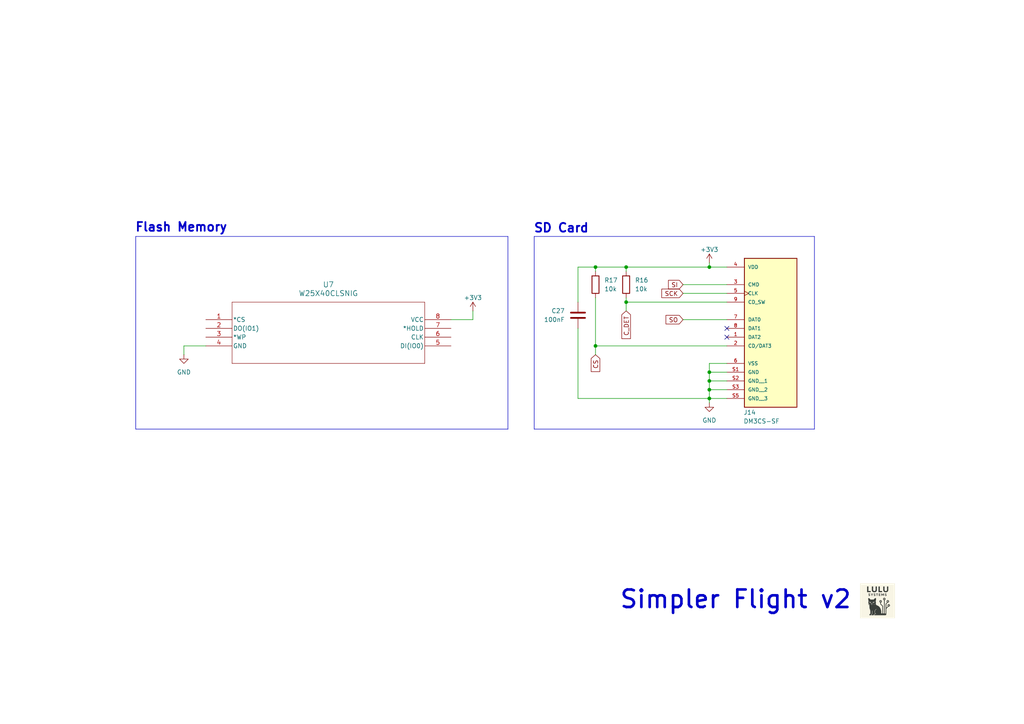
<source format=kicad_sch>
(kicad_sch (version 20250114) (generator "eeschema") (generator_version "9.0")
  (paper "A4")
  (title_block (title "Storage"))
  (lib_symbols
    (symbol "DM3CS-SF:DM3CS-SF" (pin_names (offset 1.016))
      (property "Reference" "J" (at -7.6282 19.0976 0))
      (property "Value" "DM3CS-SF" (at -7.6357 -28.7708 0))
      (symbol "DM3CS-SF_0_0"
        (rectangle (start -7.62 -25.4) (end 7.62 17.78) (stroke (width 0.254)) (fill (type background)))
        (pin passive line (at -12.7 15.24 0) (length 5.08) (name "VDD") (number "4"))
        (pin passive line (at -12.7 10.16 0) (length 5.08) (name "CMD") (number "3"))
        (pin passive clock (at -12.7 7.62 0) (length 5.08) (name "CLK") (number "5"))
        (pin passive line (at -12.7 5.08 0) (length 5.08) (name "CD_SW") (number "9"))
        (pin passive line (at -12.7 0 0) (length 5.08) (name "DAT0") (number "7"))
        (pin passive line (at -12.7 -2.54 0) (length 5.08) (name "DAT1") (number "8"))
        (pin passive line (at -12.7 -5.08 0) (length 5.08) (name "DAT2") (number "1"))
        (pin passive line (at -12.7 -7.62 0) (length 5.08) (name "CD/DAT3") (number "2"))
        (pin passive line (at -12.7 -12.7 0) (length 5.08) (name "VSS") (number "6"))
        (pin passive line (at -12.7 -15.24 0) (length 5.08) (name "GND") (number "S1"))
        (pin passive line (at -12.7 -17.78 0) (length 5.08) (name "GND__1") (number "S2"))
        (pin passive line (at -12.7 -20.32 0) (length 5.08) (name "GND__2") (number "S3"))
        (pin passive line (at -12.7 -22.86 0) (length 5.08) (name "GND__3") (number "S5"))
      )
    )
    (symbol "Device:C" (pin_numbers (hide yes)) (pin_names (offset 0.254))
      (property "Reference" "C" (at 0.635 2.54 0))
      (property "Value" "C" (at 0.635 -2.54 0))
      (symbol "C_0_1"
        (polyline (pts (xy -2.032 0.762) (xy 2.032 0.762)) (stroke (width 0.508)))
        (polyline (pts (xy -2.032 -0.762) (xy 2.032 -0.762)) (stroke (width 0.508)))
      )
      (symbol "C_1_1"
        (pin passive line (at 0 3.81 270) (length 2.794) (name "~") (number "1"))
        (pin passive line (at 0 -3.81 90) (length 2.794) (name "~") (number "2"))
      )
    )
    (symbol "Device:R" (pin_numbers (hide yes)) (pin_names (offset 0))
      (property "Reference" "R" (at 2.032 0 90))
      (property "Value" "R" (at 0 0 90))
      (symbol "R_0_1"
        (rectangle (start -1.016 -2.54) (end 1.016 2.54) (stroke (width 0.254)))
      )
      (symbol "R_1_1"
        (pin passive line (at 0 3.81 270) (length 1.27) (name "~") (number "1"))
        (pin passive line (at 0 -3.81 90) (length 1.27) (name "~") (number "2"))
      )
    )
    (symbol "W25X40CLSNIG:W25X40CLSNIG" (pin_names (offset 0.254))
      (property "Reference" "U" (at 35.56 10.16 0))
      (property "Value" "W25X40CLSNIG" (at 35.56 7.62 0))
      (symbol "W25X40CLSNIG_0_1"
        (polyline (pts (xy 7.62 5.08) (xy 7.62 -12.7)) (stroke (width 0.127)))
        (polyline (pts (xy 7.62 -12.7) (xy 63.5 -12.7)) (stroke (width 0.127)))
        (polyline (pts (xy 63.5 5.08) (xy 7.62 5.08)) (stroke (width 0.127)))
        (polyline (pts (xy 63.5 -12.7) (xy 63.5 5.08)) (stroke (width 0.127)))
        (pin input line (at 0 0 0) (length 7.62) (name "*CS") (number "1"))
        (pin output line (at 0 -2.54 0) (length 7.62) (name "DO(IO1)") (number "2"))
        (pin input line (at 0 -5.08 0) (length 7.62) (name "*WP") (number "3"))
        (pin power_in line (at 0 -7.62 0) (length 7.62) (name "GND") (number "4"))
        (pin power_in line (at 71.12 0 180) (length 7.62) (name "VCC") (number "8"))
        (pin input line (at 71.12 -2.54 180) (length 7.62) (name "*HOLD") (number "7"))
        (pin input line (at 71.12 -5.08 180) (length 7.62) (name "CLK") (number "6"))
        (pin bidirectional line (at 71.12 -7.62 180) (length 7.62) (name "DI(IO0)") (number "5"))
      )
    )
    (symbol "power:+3V3" (power) (pin_numbers (hide yes)) (pin_names (offset 0) (hide yes))
      (property "Value" "+3V3" (at 0 3.556 0))
      (symbol "+3V3_0_1"
        (polyline (pts (xy -0.762 1.27) (xy 0 2.54)))
        (polyline (pts (xy 0 2.54) (xy 0.762 1.27)))
        (polyline (pts (xy 0 0) (xy 0 2.54)))
      )
      (symbol "+3V3_1_1"
        (pin power_in line (at 0 0 90) (length 0) (name "~") (number "1"))
      )
    )
    (symbol "power:GND" (power) (pin_numbers (hide yes)) (pin_names (offset 0) (hide yes))
      (property "Value" "GND" (at 0 -3.81 0))
      (symbol "GND_0_1"
        (polyline (pts (xy 0 0) (xy 0 -1.27) (xy 1.27 -1.27) (xy 0 -2.54) (xy -1.27 -1.27) (xy 0 -1.27)))
      )
      (symbol "GND_1_1"
        (pin power_in line (at 0 0 270) (length 0) (name "~") (number "1"))
      )
    )
  )
  (text "Flash Memory" (at 52.578 66.04 0) (effects (font (size 2.54 2.54) (thickness 0.508) (bold yes))))
  (text "SD Card" (at 162.814 66.294 0) (effects (font (size 2.54 2.54) (thickness 0.508) (bold yes))))
  (text "Simpler Flight v2\n" (at 213.36 173.99 0) (effects (font (size 5.08 5.08) (thickness 0.762) (bold yes))))
  (junction (at 205.74 115.57))
  (junction (at 181.61 77.47))
  (junction (at 172.72 77.47))
  (junction (at 181.61 87.63))
  (junction (at 205.74 107.95))
  (junction (at 205.74 77.47))
  (junction (at 205.74 113.03))
  (junction (at 172.72 100.33))
  (junction (at 205.74 110.49))
  (no_connect (at 210.82 95.25))
  (no_connect (at 210.82 97.79))
  (wire (pts (xy 130.81 92.71) (xy 137.16 92.71)))
  (wire (pts (xy 137.16 92.71) (xy 137.16 90.17)))
  (wire (pts (xy 167.64 95.25) (xy 167.64 115.57)))
  (wire (pts (xy 198.12 85.09) (xy 210.82 85.09)))
  (wire (pts (xy 205.74 107.95) (xy 205.74 110.49)))
  (wire (pts (xy 53.34 100.33) (xy 53.34 102.87)))
  (polyline (pts (xy 154.94 68.58) (xy 236.22 68.58)))
  (wire (pts (xy 181.61 77.47) (xy 181.61 78.74)))
  (wire (pts (xy 172.72 100.33) (xy 210.82 100.33)))
  (wire (pts (xy 210.82 113.03) (xy 205.74 113.03)))
  (polyline (pts (xy 39.37 68.58) (xy 147.32 68.58)))
  (wire (pts (xy 59.69 100.33) (xy 53.34 100.33)))
  (wire (pts (xy 172.72 100.33) (xy 172.72 102.87)))
  (wire (pts (xy 198.12 82.55) (xy 210.82 82.55)))
  (wire (pts (xy 167.64 77.47) (xy 167.64 87.63)))
  (wire (pts (xy 172.72 100.33) (xy 172.72 86.36)))
  (wire (pts (xy 210.82 110.49) (xy 205.74 110.49)))
  (polyline (pts (xy 39.37 124.46) (xy 39.37 68.58)))
  (wire (pts (xy 210.82 105.41) (xy 205.74 105.41)))
  (wire (pts (xy 181.61 87.63) (xy 210.82 87.63)))
  (wire (pts (xy 172.72 77.47) (xy 172.72 78.74)))
  (wire (pts (xy 167.64 115.57) (xy 205.74 115.57)))
  (wire (pts (xy 181.61 77.47) (xy 205.74 77.47)))
  (wire (pts (xy 205.74 105.41) (xy 205.74 107.95)))
  (wire (pts (xy 205.74 115.57) (xy 210.82 115.57)))
  (polyline (pts (xy 236.22 68.58) (xy 236.22 124.46)))
  (polyline (pts (xy 147.32 124.46) (xy 39.37 124.46)))
  (wire (pts (xy 205.74 113.03) (xy 205.74 110.49)))
  (wire (pts (xy 205.74 113.03) (xy 205.74 115.57)))
  (wire (pts (xy 198.12 92.71) (xy 210.82 92.71)))
  (wire (pts (xy 210.82 107.95) (xy 205.74 107.95)))
  (wire (pts (xy 172.72 77.47) (xy 181.61 77.47)))
  (wire (pts (xy 205.74 77.47) (xy 205.74 76.2)))
  (polyline (pts (xy 154.94 124.46) (xy 154.94 68.58)))
  (wire (pts (xy 181.61 87.63) (xy 181.61 86.36)))
  (wire (pts (xy 205.74 115.57) (xy 205.74 116.84)))
  (polyline (pts (xy 147.32 68.58) (xy 147.32 124.46)))
  (wire (pts (xy 210.82 77.47) (xy 205.74 77.47)))
  (wire (pts (xy 167.64 77.47) (xy 172.72 77.47)))
  (wire (pts (xy 181.61 90.17) (xy 181.61 87.63)))
  (polyline (pts (xy 236.22 124.46) (xy 154.94 124.46)))
  (image (at 254.508 174.244) (scale 0.117186))
  (global_label "SCK" (shape input) (at 198.12 85.09 180) (property "Intersheetrefs" "${INTERSHEET_REFS}" (at 191.3853 85.09 0) (effects (justify right))))
  (global_label "SI" (shape input) (at 198.12 82.55 180) (property "Intersheetrefs" "${INTERSHEET_REFS}" (at 193.3205 82.55 0) (effects (justify right))))
  (global_label "C_DET" (shape input) (at 181.61 90.17 270) (property "Intersheetrefs" "${INTERSHEET_REFS}" (at 181.61 98.7794 90) (effects (justify right))))
  (global_label "SO" (shape input) (at 198.12 92.71 180) (property "Intersheetrefs" "${INTERSHEET_REFS}" (at 192.5948 92.71 0) (effects (justify right))))
  (global_label "CS" (shape input) (at 172.72 102.87 270) (property "Intersheetrefs" "${INTERSHEET_REFS}" (at 172.72 108.3347 90) (effects (justify right))))
  (symbol (lib_id "Device:C") (at 167.64 91.44 0) (mirror y) (unit 1)
    (property "Reference" "C27" (at 163.83 90.1699 0) (effects (justify left)))
    (property "Value" "100nF" (at 163.83 92.7099 0) (effects (justify left)))
    (property "Footprint" "Capacitor_SMD:C_0805_2012Metric_Pad1.18x1.45mm_HandSolder" (effects (hide yes)))
    (property "Description" "Unpolarized capacitor" (effects (hide yes)))
  )
  (symbol (lib_id "Device:R") (at 172.72 82.55 0) (unit 1)
    (property "Reference" "R17" (at 175.26 81.2799 0) (effects (justify left)))
    (property "Value" "10k" (at 175.26 83.8199 0) (effects (justify left)))
    (property "Footprint" "Resistor_SMD:R_0805_2012Metric_Pad1.20x1.40mm_HandSolder" (effects (hide yes)))
    (property "Description" "Resistor" (effects (hide yes)))
  )
  (symbol (lib_id "DM3CS-SF:DM3CS-SF") (at 223.52 92.71 0) (unit 1)
    (property "Reference" "J14" (at 215.646 119.634 0) (effects (justify left)))
    (property "Value" "DM3CS-SF" (at 215.646 122.174 0) (effects (justify left)))
    (property "Footprint" "DM3CS_SF:HRS_DM3CS-SF" (effects (hide yes)))
    (property "Description" "CONN MICRO SD CARD HINGED TYPE" (effects (hide yes)))
    (property "PACKAGE" "None" (effects (hide yes)))
    (property "PRICE" "1.14 USD" (effects (hide yes)))
    (property "PARTREV" "n/a" (effects (hide yes)))
    (property "MP" "DM3CS-SF" (effects (hide yes)))
    (property "STANDARED" "manufacturer recommendation" (effects (hide yes)))
    (property "AVAILABILITY" "Good" (effects (hide yes)))
    (property "MANUFACTURER" "Hirose" (effects (hide yes)))
  )
  (symbol (lib_id "power:GND") (at 205.74 116.84 0) (unit 1)
    (property "Reference" "#PWR031" (effects (hide yes)))
    (property "Value" "GND" (at 205.74 121.92 0))
    (property "Description" "Power symbol creates a global label with name \"GND\" , ground" (effects (hide yes)))
  )
  (symbol (lib_id "Device:R") (at 181.61 82.55 0) (unit 1)
    (property "Reference" "R16" (at 184.15 81.2799 0) (effects (justify left)))
    (property "Value" "10k" (at 184.15 83.8199 0) (effects (justify left)))
    (property "Footprint" "Resistor_SMD:R_0805_2012Metric_Pad1.20x1.40mm_HandSolder" (effects (hide yes)))
    (property "Description" "Resistor" (effects (hide yes)))
  )
  (symbol (lib_id "power:+3V3") (at 137.16 90.17 0) (unit 1)
    (property "Reference" "#PWR042" (effects (hide yes)))
    (property "Value" "+3V3" (at 137.16 86.36 0))
    (property "Description" "Power symbol creates a global label with name \"+3V3\"" (effects (hide yes)))
  )
  (symbol (lib_id "power:GND") (at 53.34 102.87 0) (unit 1)
    (property "Reference" "#PWR043" (effects (hide yes)))
    (property "Value" "GND" (at 53.34 107.95 0))
    (property "Description" "Power symbol creates a global label with name \"GND\" , ground" (effects (hide yes)))
  )
  (symbol (lib_id "power:+3V3") (at 205.74 76.2 0) (unit 1)
    (property "Reference" "#PWR032" (effects (hide yes)))
    (property "Value" "+3V3" (at 205.74 72.39 0))
    (property "Description" "Power symbol creates a global label with name \"+3V3\"" (effects (hide yes)))
  )
  (symbol (lib_id "W25X40CLSNIG:W25X40CLSNIG") (at 59.69 92.71 0) (unit 1)
    (property "Reference" "U7" (at 95.25 82.55 0) (effects (font (size 1.524 1.524))))
    (property "Value" "W25X40CLSNIG" (at 95.25 85.09 0) (effects (font (size 1.524 1.524))))
    (property "Footprint" "W25X40CLSNIG:WIN_SN-8_WIN" (effects (hide yes)))
    (property "Datasheet" "W25X40CLSNIG" (effects (hide yes)))
  )
)
</source>
